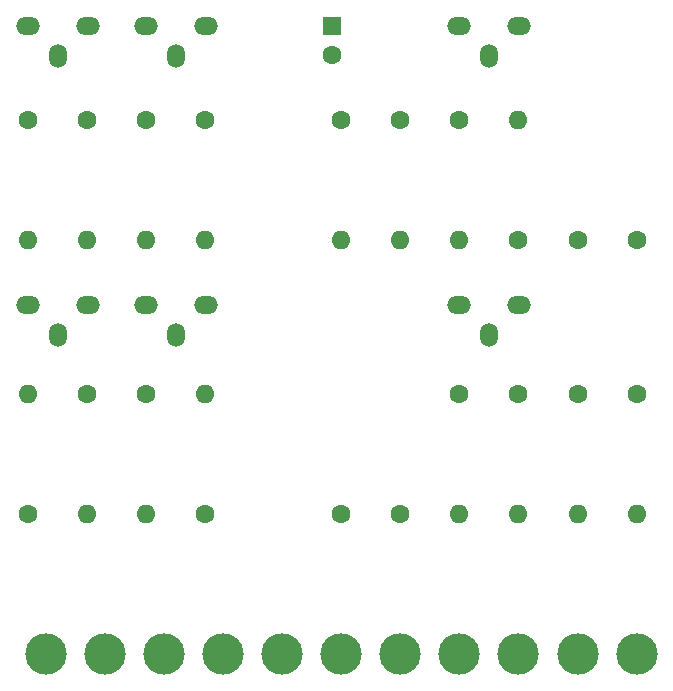
<source format=gbs>
G04 #@! TF.GenerationSoftware,KiCad,Pcbnew,(5.1.7)-1*
G04 #@! TF.CreationDate,2022-10-04T11:17:23+02:00*
G04 #@! TF.ProjectId,Impuls-Modul,496d7075-6c73-42d4-9d6f-64756c2e6b69,rev?*
G04 #@! TF.SameCoordinates,Original*
G04 #@! TF.FileFunction,Soldermask,Bot*
G04 #@! TF.FilePolarity,Negative*
%FSLAX46Y46*%
G04 Gerber Fmt 4.6, Leading zero omitted, Abs format (unit mm)*
G04 Created by KiCad (PCBNEW (5.1.7)-1) date 2022-10-04 11:17:23*
%MOMM*%
%LPD*%
G01*
G04 APERTURE LIST*
%ADD10O,2.000000X1.500000*%
%ADD11O,1.500000X2.000000*%
%ADD12O,1.600000X1.600000*%
%ADD13C,1.600000*%
%ADD14R,1.600000X1.600000*%
%ADD15C,3.500000*%
G04 APERTURE END LIST*
D10*
X70710000Y-33800000D03*
X75790000Y-33800000D03*
D11*
X73250000Y-36340000D03*
D10*
X70710000Y-57460000D03*
X75790000Y-57460000D03*
D11*
X73250000Y-60000000D03*
D12*
X70750000Y-52000000D03*
D13*
X70750000Y-41840000D03*
D12*
X75750000Y-41840000D03*
D13*
X75750000Y-52000000D03*
X85750000Y-65000000D03*
D12*
X85750000Y-75160000D03*
D13*
X75750000Y-65000000D03*
D12*
X75750000Y-75160000D03*
X65750000Y-52000000D03*
D13*
X65750000Y-41840000D03*
D12*
X60750000Y-52000000D03*
D13*
X60750000Y-41840000D03*
X70750000Y-65000000D03*
D12*
X70750000Y-75160000D03*
D13*
X80750000Y-65000000D03*
D12*
X80750000Y-75160000D03*
D13*
X85750000Y-52000000D03*
X80750000Y-52000000D03*
X65750000Y-75160000D03*
X60750000Y-75160000D03*
D11*
X46750000Y-36340000D03*
D10*
X49290000Y-33800000D03*
X44210000Y-33800000D03*
D11*
X46750000Y-60000000D03*
D10*
X49290000Y-57460000D03*
X44210000Y-57460000D03*
D11*
X36750000Y-36340000D03*
D10*
X39290000Y-33800000D03*
X34210000Y-33800000D03*
D11*
X36750000Y-60000000D03*
D10*
X39290000Y-57460000D03*
X34210000Y-57460000D03*
D13*
X44250000Y-41840000D03*
D12*
X44250000Y-52000000D03*
D13*
X49250000Y-41840000D03*
D12*
X49250000Y-52000000D03*
D13*
X49250000Y-75160000D03*
D12*
X49250000Y-65000000D03*
D13*
X44250000Y-65000000D03*
D12*
X44250000Y-75160000D03*
D13*
X34250000Y-41840000D03*
D12*
X34250000Y-52000000D03*
D13*
X39250000Y-41840000D03*
D12*
X39250000Y-52000000D03*
D13*
X34250000Y-75160000D03*
D12*
X34250000Y-65000000D03*
D13*
X39250000Y-65000000D03*
D12*
X39250000Y-75160000D03*
D13*
X60000000Y-36300000D03*
D14*
X60000000Y-33800000D03*
D15*
X85750000Y-87000000D03*
X80750000Y-87000000D03*
X75750000Y-87000000D03*
X70750000Y-87000000D03*
X65750000Y-87000000D03*
X60750000Y-87000000D03*
X55750000Y-87000000D03*
X50750000Y-87000000D03*
X45750000Y-87000000D03*
X40750000Y-87000000D03*
X35750000Y-87000000D03*
M02*

</source>
